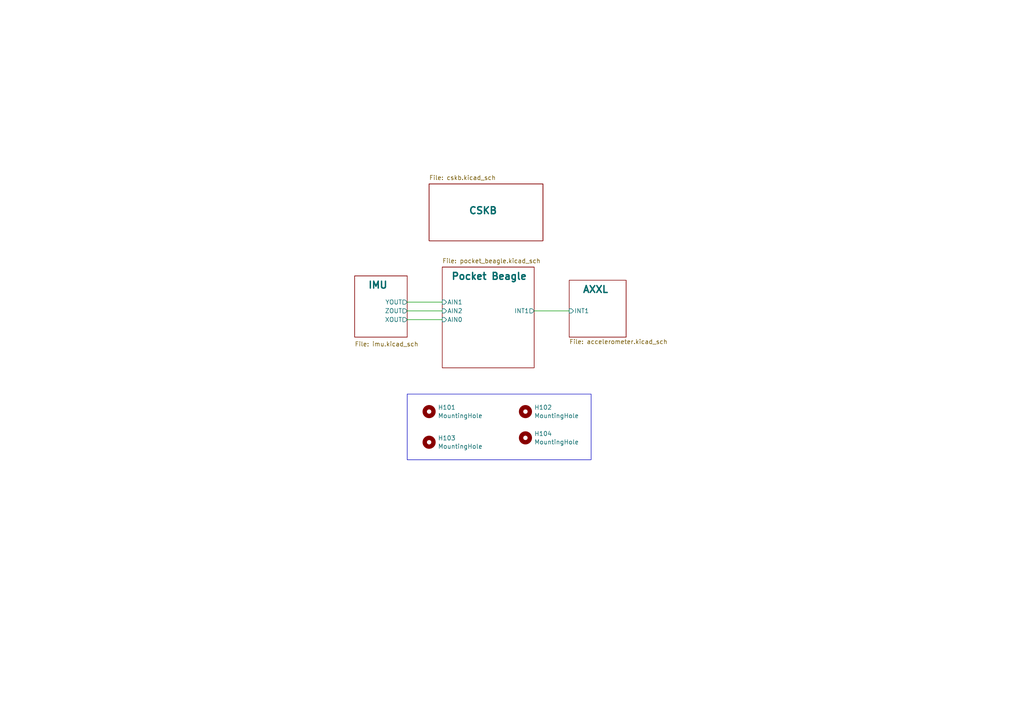
<source format=kicad_sch>
(kicad_sch (version 20230121) (generator eeschema)
  (paper "A4")
  (title_block (title "OBC") (company "RADSAT-SK 2") (comment 1 "By: Atharva K."))
  (lib_symbols
    (symbol "Mechanical:MountingHole" (pin_names (offset 1.016))
      (property "Reference" "H" (at 0 5.08 0))
      (property "Value" "MountingHole" (at 0 3.175 0))
      (symbol "MountingHole_0_1"
        (circle (center 0 0) (radius 1.27) (stroke (width 1.27)))
      )
    )
  )
  (wire (pts (xy 118.11 92.71) (xy 128.27 92.71)))
  (wire (pts (xy 118.11 90.17) (xy 128.27 90.17)))
  (wire (pts (xy 154.94 90.17) (xy 165.1 90.17)))
  (wire (pts (xy 118.11 87.63) (xy 128.27 87.63)))
  (rectangle (start 118.11 114.3) (end 171.45 133.35))
  (symbol (lib_id "Mechanical:MountingHole") (at 152.4 119.38 0) (unit 1)
    (property "Reference" "H102" (at 154.94 118.1679 0) (effects (justify left)))
    (property "Value" "MountingHole" (at 154.94 120.5921 0) (effects (justify left)))
    (property "Footprint" "MountingHole:MountingHole_3.2mm_M3_ISO7380_Pad" (effects hide))
  )
  (symbol (lib_id "Mechanical:MountingHole") (at 124.46 119.38 0) (unit 1)
    (property "Reference" "H101" (at 127 118.1679 0) (effects (justify left)))
    (property "Value" "MountingHole" (at 127 120.5921 0) (effects (justify left)))
    (property "Footprint" "MountingHole:MountingHole_3.2mm_M3_ISO7380_Pad" (effects hide))
  )
  (symbol (lib_id "Mechanical:MountingHole") (at 152.4 127 0) (unit 1)
    (property "Reference" "H104" (at 154.94 125.7879 0) (effects (justify left)))
    (property "Value" "MountingHole" (at 154.94 128.2121 0) (effects (justify left)))
    (property "Footprint" "MountingHole:MountingHole_3.2mm_M3_ISO7380_Pad" (effects hide))
  )
  (symbol (lib_id "Mechanical:MountingHole") (at 124.46 128.27 0) (unit 1)
    (property "Reference" "H103" (at 127 127.0579 0) (effects (justify left)))
    (property "Value" "MountingHole" (at 127 129.4821 0) (effects (justify left)))
    (property "Footprint" "MountingHole:MountingHole_3.2mm_M3_ISO7380_Pad" (effects hide))
  )
  (sheet (at 165.1 81.28) (size 16.51 16.51) (stroke (width 0.1524))
    (property "Sheetname" "AXXL" (at 168.91 85.09 0) (effects (font (size 2 2) bold) (justify left bottom)))
    (property "Sheetfile" "accelerometer.kicad_sch" (at 165.1 98.3746 0) (effects (justify left top)))
    (pin "INT1" input (at 165.1 90.17 180))
  )
  (sheet (at 128.27 77.47) (size 26.67 29.21) (stroke (width 0.1524))
    (property "Sheetname" "Pocket Beagle" (at 130.81 81.28 0) (effects (font (size 2 2) bold) (justify left bottom)))
    (property "Sheetfile" "pocket_beagle.kicad_sch" (at 128.27 74.93 0) (effects (justify left top)))
    (pin "AIN1" input (at 128.27 87.63 180))
    (pin "AIN2" input (at 128.27 90.17 180))
    (pin "AIN0" input (at 128.27 92.71 180))
    (pin "INT1" output (at 154.94 90.17 0))
  )
  (sheet (at 124.46 53.34) (size 33.02 16.51) (stroke (width 0.1524))
    (property "Sheetname" "CSKB" (at 135.89 62.23 0) (effects (font (size 2 2) bold) (justify left bottom)))
    (property "Sheetfile" "cskb.kicad_sch" (at 124.46 50.8 0) (effects (justify left top)))
  )
  (sheet (at 102.87 80.01) (size 15.24 17.78) (stroke (width 0.1524))
    (property "Sheetname" "IMU" (at 106.68 83.82 0) (effects (font (size 2 2) bold) (justify left bottom)))
    (property "Sheetfile" "imu.kicad_sch" (at 102.87 99.06 0) (effects (justify left top)))
    (pin "ZOUT" output (at 118.11 90.17 0))
    (pin "XOUT" output (at 118.11 92.71 0))
    (pin "YOUT" output (at 118.11 87.63 0))
  )
)
</source>
